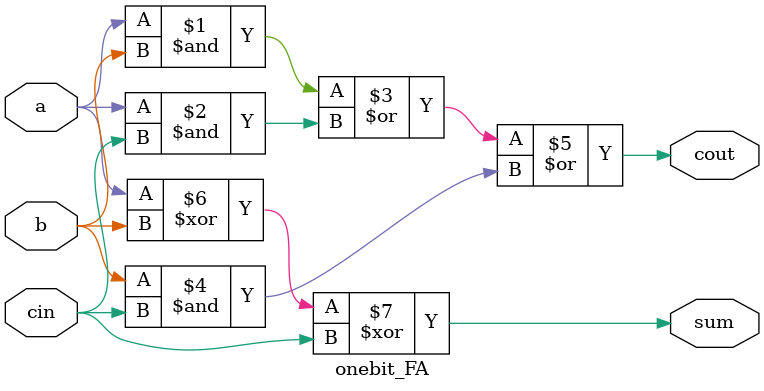
<source format=v>
module top_module( 
    input [99:0] a, b,
    input cin,
    output cout,
    output [99:0] sum );

    wire [99:0] cwire;
    
    onebit_FA FA1(a[0], b[0], cin, cwire[0], sum[0]);
    onebit_FA FA2(a[99], b[99], cwire[98], cout, sum[99]);
    genvar i;
    generate 
        for(i = 1; i < 99; i++)begin:hundredsbitFA
            onebit_FA FA(a[i], b[i], cwire[i-1], cwire[i], sum[i]);
        end
        
    endgenerate
   
endmodule

module onebit_FA(
    input a, b, cin,
    output cout, sum ); 
    
    assign cout = (a&b)|(a&cin)|(b&cin);
    assign sum = a ^ b ^ cin;
endmodule

</source>
